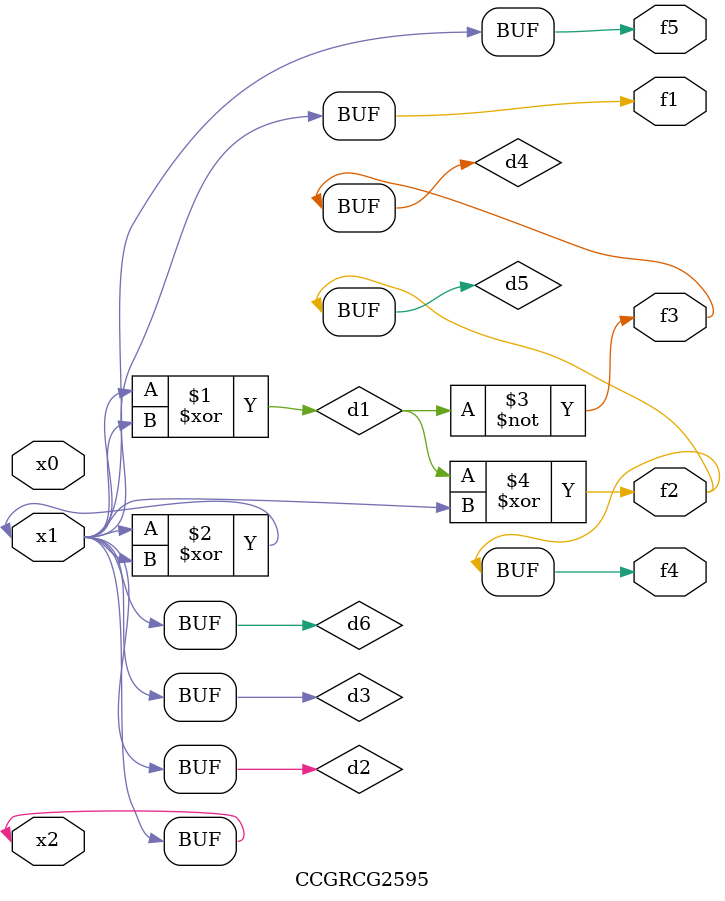
<source format=v>
module CCGRCG2595(
	input x0, x1, x2,
	output f1, f2, f3, f4, f5
);

	wire d1, d2, d3, d4, d5, d6;

	xor (d1, x1, x2);
	buf (d2, x1, x2);
	xor (d3, x1, x2);
	nor (d4, d1);
	xor (d5, d1, d2);
	buf (d6, d2, d3);
	assign f1 = d6;
	assign f2 = d5;
	assign f3 = d4;
	assign f4 = d5;
	assign f5 = d6;
endmodule

</source>
